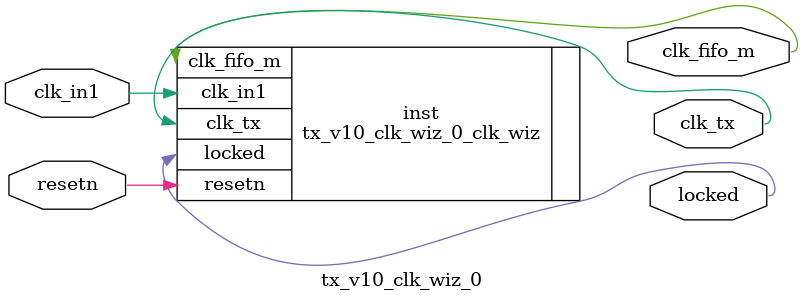
<source format=v>


`timescale 1ps/1ps

(* CORE_GENERATION_INFO = "tx_v10_clk_wiz_0,clk_wiz_v6_0_13_0_0,{component_name=tx_v10_clk_wiz_0,use_phase_alignment=true,use_min_o_jitter=false,use_max_i_jitter=false,use_dyn_phase_shift=false,use_inclk_switchover=false,use_dyn_reconfig=false,enable_axi=0,feedback_source=FDBK_AUTO,PRIMITIVE=PLL,num_out_clk=2,clkin1_period=8.000,clkin2_period=10.0,use_power_down=false,use_reset=true,use_locked=true,use_inclk_stopped=false,feedback_type=SINGLE,CLOCK_MGR_TYPE=NA,manual_override=false}" *)

module tx_v10_clk_wiz_0 
 (
  // Clock out ports
  output        clk_tx,
  output        clk_fifo_m,
  // Status and control signals
  input         resetn,
  output        locked,
 // Clock in ports
  input         clk_in1
 );

  tx_v10_clk_wiz_0_clk_wiz inst
  (
  // Clock out ports  
  .clk_tx(clk_tx),
  .clk_fifo_m(clk_fifo_m),
  // Status and control signals               
  .resetn(resetn), 
  .locked(locked),
 // Clock in ports
  .clk_in1(clk_in1)
  );

endmodule

</source>
